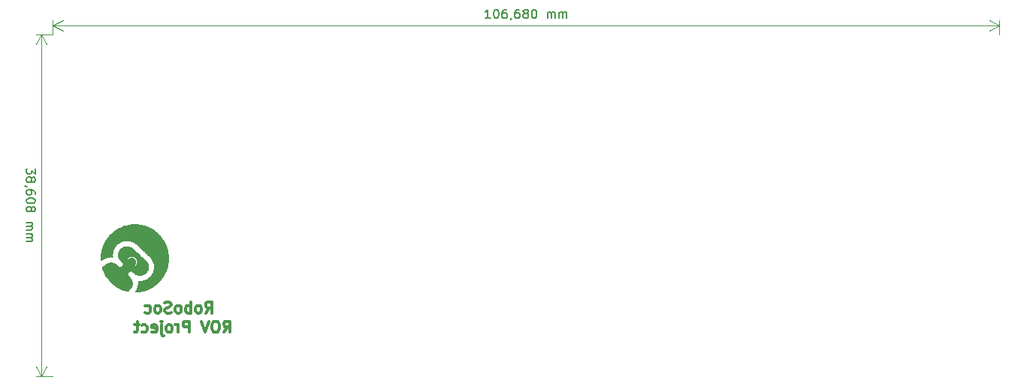
<source format=gbr>
%TF.GenerationSoftware,KiCad,Pcbnew,5.1.5+dfsg1-2build2*%
%TF.CreationDate,2021-10-16T12:52:01+01:00*%
%TF.ProjectId,motor_driver_v1,6d6f746f-725f-4647-9269-7665725f7631,rev?*%
%TF.SameCoordinates,Original*%
%TF.FileFunction,Legend,Bot*%
%TF.FilePolarity,Positive*%
%FSLAX46Y46*%
G04 Gerber Fmt 4.6, Leading zero omitted, Abs format (unit mm)*
G04 Created by KiCad (PCBNEW 5.1.5+dfsg1-2build2) date 2021-10-16 12:52:01*
%MOMM*%
%LPD*%
G04 APERTURE LIST*
%ADD10C,0.300000*%
%ADD11C,0.150000*%
%ADD12C,0.120000*%
%ADD13C,0.010000*%
G04 APERTURE END LIST*
D10*
X61905952Y-57877976D02*
X62322619Y-57282738D01*
X62620238Y-57877976D02*
X62620238Y-56627976D01*
X62144047Y-56627976D01*
X62025000Y-56687500D01*
X61965476Y-56747023D01*
X61905952Y-56866071D01*
X61905952Y-57044642D01*
X61965476Y-57163690D01*
X62025000Y-57223214D01*
X62144047Y-57282738D01*
X62620238Y-57282738D01*
X61191666Y-57877976D02*
X61310714Y-57818452D01*
X61370238Y-57758928D01*
X61429761Y-57639880D01*
X61429761Y-57282738D01*
X61370238Y-57163690D01*
X61310714Y-57104166D01*
X61191666Y-57044642D01*
X61013095Y-57044642D01*
X60894047Y-57104166D01*
X60834523Y-57163690D01*
X60775000Y-57282738D01*
X60775000Y-57639880D01*
X60834523Y-57758928D01*
X60894047Y-57818452D01*
X61013095Y-57877976D01*
X61191666Y-57877976D01*
X60239285Y-57877976D02*
X60239285Y-56627976D01*
X60239285Y-57104166D02*
X60120238Y-57044642D01*
X59882142Y-57044642D01*
X59763095Y-57104166D01*
X59703571Y-57163690D01*
X59644047Y-57282738D01*
X59644047Y-57639880D01*
X59703571Y-57758928D01*
X59763095Y-57818452D01*
X59882142Y-57877976D01*
X60120238Y-57877976D01*
X60239285Y-57818452D01*
X58929761Y-57877976D02*
X59048809Y-57818452D01*
X59108333Y-57758928D01*
X59167857Y-57639880D01*
X59167857Y-57282738D01*
X59108333Y-57163690D01*
X59048809Y-57104166D01*
X58929761Y-57044642D01*
X58751190Y-57044642D01*
X58632142Y-57104166D01*
X58572619Y-57163690D01*
X58513095Y-57282738D01*
X58513095Y-57639880D01*
X58572619Y-57758928D01*
X58632142Y-57818452D01*
X58751190Y-57877976D01*
X58929761Y-57877976D01*
X58036904Y-57818452D02*
X57858333Y-57877976D01*
X57560714Y-57877976D01*
X57441666Y-57818452D01*
X57382142Y-57758928D01*
X57322619Y-57639880D01*
X57322619Y-57520833D01*
X57382142Y-57401785D01*
X57441666Y-57342261D01*
X57560714Y-57282738D01*
X57798809Y-57223214D01*
X57917857Y-57163690D01*
X57977380Y-57104166D01*
X58036904Y-56985119D01*
X58036904Y-56866071D01*
X57977380Y-56747023D01*
X57917857Y-56687500D01*
X57798809Y-56627976D01*
X57501190Y-56627976D01*
X57322619Y-56687500D01*
X56608333Y-57877976D02*
X56727380Y-57818452D01*
X56786904Y-57758928D01*
X56846428Y-57639880D01*
X56846428Y-57282738D01*
X56786904Y-57163690D01*
X56727380Y-57104166D01*
X56608333Y-57044642D01*
X56429761Y-57044642D01*
X56310714Y-57104166D01*
X56251190Y-57163690D01*
X56191666Y-57282738D01*
X56191666Y-57639880D01*
X56251190Y-57758928D01*
X56310714Y-57818452D01*
X56429761Y-57877976D01*
X56608333Y-57877976D01*
X55120238Y-57818452D02*
X55239285Y-57877976D01*
X55477380Y-57877976D01*
X55596428Y-57818452D01*
X55655952Y-57758928D01*
X55715476Y-57639880D01*
X55715476Y-57282738D01*
X55655952Y-57163690D01*
X55596428Y-57104166D01*
X55477380Y-57044642D01*
X55239285Y-57044642D01*
X55120238Y-57104166D01*
X63959523Y-60052976D02*
X64376190Y-59457738D01*
X64673809Y-60052976D02*
X64673809Y-58802976D01*
X64197619Y-58802976D01*
X64078571Y-58862500D01*
X64019047Y-58922023D01*
X63959523Y-59041071D01*
X63959523Y-59219642D01*
X64019047Y-59338690D01*
X64078571Y-59398214D01*
X64197619Y-59457738D01*
X64673809Y-59457738D01*
X63185714Y-58802976D02*
X62947619Y-58802976D01*
X62828571Y-58862500D01*
X62709523Y-58981547D01*
X62650000Y-59219642D01*
X62650000Y-59636309D01*
X62709523Y-59874404D01*
X62828571Y-59993452D01*
X62947619Y-60052976D01*
X63185714Y-60052976D01*
X63304761Y-59993452D01*
X63423809Y-59874404D01*
X63483333Y-59636309D01*
X63483333Y-59219642D01*
X63423809Y-58981547D01*
X63304761Y-58862500D01*
X63185714Y-58802976D01*
X62292857Y-58802976D02*
X61876190Y-60052976D01*
X61459523Y-58802976D01*
X60090476Y-60052976D02*
X60090476Y-58802976D01*
X59614285Y-58802976D01*
X59495238Y-58862500D01*
X59435714Y-58922023D01*
X59376190Y-59041071D01*
X59376190Y-59219642D01*
X59435714Y-59338690D01*
X59495238Y-59398214D01*
X59614285Y-59457738D01*
X60090476Y-59457738D01*
X58840476Y-60052976D02*
X58840476Y-59219642D01*
X58840476Y-59457738D02*
X58780952Y-59338690D01*
X58721428Y-59279166D01*
X58602380Y-59219642D01*
X58483333Y-59219642D01*
X57888095Y-60052976D02*
X58007142Y-59993452D01*
X58066666Y-59933928D01*
X58126190Y-59814880D01*
X58126190Y-59457738D01*
X58066666Y-59338690D01*
X58007142Y-59279166D01*
X57888095Y-59219642D01*
X57709523Y-59219642D01*
X57590476Y-59279166D01*
X57530952Y-59338690D01*
X57471428Y-59457738D01*
X57471428Y-59814880D01*
X57530952Y-59933928D01*
X57590476Y-59993452D01*
X57709523Y-60052976D01*
X57888095Y-60052976D01*
X56935714Y-59219642D02*
X56935714Y-60291071D01*
X56995238Y-60410119D01*
X57114285Y-60469642D01*
X57173809Y-60469642D01*
X56935714Y-58802976D02*
X56995238Y-58862500D01*
X56935714Y-58922023D01*
X56876190Y-58862500D01*
X56935714Y-58802976D01*
X56935714Y-58922023D01*
X55864285Y-59993452D02*
X55983333Y-60052976D01*
X56221428Y-60052976D01*
X56340476Y-59993452D01*
X56400000Y-59874404D01*
X56400000Y-59398214D01*
X56340476Y-59279166D01*
X56221428Y-59219642D01*
X55983333Y-59219642D01*
X55864285Y-59279166D01*
X55804761Y-59398214D01*
X55804761Y-59517261D01*
X56400000Y-59636309D01*
X54733333Y-59993452D02*
X54852380Y-60052976D01*
X55090476Y-60052976D01*
X55209523Y-59993452D01*
X55269047Y-59933928D01*
X55328571Y-59814880D01*
X55328571Y-59457738D01*
X55269047Y-59338690D01*
X55209523Y-59279166D01*
X55090476Y-59219642D01*
X54852380Y-59219642D01*
X54733333Y-59279166D01*
X54376190Y-59219642D02*
X53900000Y-59219642D01*
X54197619Y-58802976D02*
X54197619Y-59874404D01*
X54138095Y-59993452D01*
X54019047Y-60052976D01*
X53900000Y-60052976D01*
D11*
X42711619Y-41529523D02*
X42711619Y-42148571D01*
X42330666Y-41815238D01*
X42330666Y-41958095D01*
X42283047Y-42053333D01*
X42235428Y-42100952D01*
X42140190Y-42148571D01*
X41902095Y-42148571D01*
X41806857Y-42100952D01*
X41759238Y-42053333D01*
X41711619Y-41958095D01*
X41711619Y-41672380D01*
X41759238Y-41577142D01*
X41806857Y-41529523D01*
X42283047Y-42720000D02*
X42330666Y-42624761D01*
X42378285Y-42577142D01*
X42473523Y-42529523D01*
X42521142Y-42529523D01*
X42616380Y-42577142D01*
X42664000Y-42624761D01*
X42711619Y-42720000D01*
X42711619Y-42910476D01*
X42664000Y-43005714D01*
X42616380Y-43053333D01*
X42521142Y-43100952D01*
X42473523Y-43100952D01*
X42378285Y-43053333D01*
X42330666Y-43005714D01*
X42283047Y-42910476D01*
X42283047Y-42720000D01*
X42235428Y-42624761D01*
X42187809Y-42577142D01*
X42092571Y-42529523D01*
X41902095Y-42529523D01*
X41806857Y-42577142D01*
X41759238Y-42624761D01*
X41711619Y-42720000D01*
X41711619Y-42910476D01*
X41759238Y-43005714D01*
X41806857Y-43053333D01*
X41902095Y-43100952D01*
X42092571Y-43100952D01*
X42187809Y-43053333D01*
X42235428Y-43005714D01*
X42283047Y-42910476D01*
X41759238Y-43577142D02*
X41711619Y-43577142D01*
X41616380Y-43529523D01*
X41568761Y-43481904D01*
X42711619Y-44434285D02*
X42711619Y-44243809D01*
X42664000Y-44148571D01*
X42616380Y-44100952D01*
X42473523Y-44005714D01*
X42283047Y-43958095D01*
X41902095Y-43958095D01*
X41806857Y-44005714D01*
X41759238Y-44053333D01*
X41711619Y-44148571D01*
X41711619Y-44339047D01*
X41759238Y-44434285D01*
X41806857Y-44481904D01*
X41902095Y-44529523D01*
X42140190Y-44529523D01*
X42235428Y-44481904D01*
X42283047Y-44434285D01*
X42330666Y-44339047D01*
X42330666Y-44148571D01*
X42283047Y-44053333D01*
X42235428Y-44005714D01*
X42140190Y-43958095D01*
X42711619Y-45148571D02*
X42711619Y-45243809D01*
X42664000Y-45339047D01*
X42616380Y-45386666D01*
X42521142Y-45434285D01*
X42330666Y-45481904D01*
X42092571Y-45481904D01*
X41902095Y-45434285D01*
X41806857Y-45386666D01*
X41759238Y-45339047D01*
X41711619Y-45243809D01*
X41711619Y-45148571D01*
X41759238Y-45053333D01*
X41806857Y-45005714D01*
X41902095Y-44958095D01*
X42092571Y-44910476D01*
X42330666Y-44910476D01*
X42521142Y-44958095D01*
X42616380Y-45005714D01*
X42664000Y-45053333D01*
X42711619Y-45148571D01*
X42283047Y-46053333D02*
X42330666Y-45958095D01*
X42378285Y-45910476D01*
X42473523Y-45862857D01*
X42521142Y-45862857D01*
X42616380Y-45910476D01*
X42664000Y-45958095D01*
X42711619Y-46053333D01*
X42711619Y-46243809D01*
X42664000Y-46339047D01*
X42616380Y-46386666D01*
X42521142Y-46434285D01*
X42473523Y-46434285D01*
X42378285Y-46386666D01*
X42330666Y-46339047D01*
X42283047Y-46243809D01*
X42283047Y-46053333D01*
X42235428Y-45958095D01*
X42187809Y-45910476D01*
X42092571Y-45862857D01*
X41902095Y-45862857D01*
X41806857Y-45910476D01*
X41759238Y-45958095D01*
X41711619Y-46053333D01*
X41711619Y-46243809D01*
X41759238Y-46339047D01*
X41806857Y-46386666D01*
X41902095Y-46434285D01*
X42092571Y-46434285D01*
X42187809Y-46386666D01*
X42235428Y-46339047D01*
X42283047Y-46243809D01*
X41711619Y-47624761D02*
X42378285Y-47624761D01*
X42283047Y-47624761D02*
X42330666Y-47672380D01*
X42378285Y-47767619D01*
X42378285Y-47910476D01*
X42330666Y-48005714D01*
X42235428Y-48053333D01*
X41711619Y-48053333D01*
X42235428Y-48053333D02*
X42330666Y-48100952D01*
X42378285Y-48196190D01*
X42378285Y-48339047D01*
X42330666Y-48434285D01*
X42235428Y-48481904D01*
X41711619Y-48481904D01*
X41711619Y-48958095D02*
X42378285Y-48958095D01*
X42283047Y-48958095D02*
X42330666Y-49005714D01*
X42378285Y-49100952D01*
X42378285Y-49243809D01*
X42330666Y-49339047D01*
X42235428Y-49386666D01*
X41711619Y-49386666D01*
X42235428Y-49386666D02*
X42330666Y-49434285D01*
X42378285Y-49529523D01*
X42378285Y-49672380D01*
X42330666Y-49767619D01*
X42235428Y-49815238D01*
X41711619Y-49815238D01*
D12*
X43434000Y-26416000D02*
X43434000Y-65024000D01*
X44704000Y-26416000D02*
X42847579Y-26416000D01*
X44704000Y-65024000D02*
X42847579Y-65024000D01*
X43434000Y-65024000D02*
X42847579Y-63897496D01*
X43434000Y-65024000D02*
X44020421Y-63897496D01*
X43434000Y-26416000D02*
X42847579Y-27542504D01*
X43434000Y-26416000D02*
X44020421Y-27542504D01*
D11*
X93996380Y-24582381D02*
X93424952Y-24582381D01*
X93710666Y-24582381D02*
X93710666Y-23582381D01*
X93615428Y-23725239D01*
X93520190Y-23820477D01*
X93424952Y-23868096D01*
X94615428Y-23582381D02*
X94710666Y-23582381D01*
X94805904Y-23630001D01*
X94853523Y-23677620D01*
X94901142Y-23772858D01*
X94948761Y-23963334D01*
X94948761Y-24201429D01*
X94901142Y-24391905D01*
X94853523Y-24487143D01*
X94805904Y-24534762D01*
X94710666Y-24582381D01*
X94615428Y-24582381D01*
X94520190Y-24534762D01*
X94472571Y-24487143D01*
X94424952Y-24391905D01*
X94377333Y-24201429D01*
X94377333Y-23963334D01*
X94424952Y-23772858D01*
X94472571Y-23677620D01*
X94520190Y-23630001D01*
X94615428Y-23582381D01*
X95805904Y-23582381D02*
X95615428Y-23582381D01*
X95520190Y-23630001D01*
X95472571Y-23677620D01*
X95377333Y-23820477D01*
X95329714Y-24010953D01*
X95329714Y-24391905D01*
X95377333Y-24487143D01*
X95424952Y-24534762D01*
X95520190Y-24582381D01*
X95710666Y-24582381D01*
X95805904Y-24534762D01*
X95853523Y-24487143D01*
X95901142Y-24391905D01*
X95901142Y-24153810D01*
X95853523Y-24058572D01*
X95805904Y-24010953D01*
X95710666Y-23963334D01*
X95520190Y-23963334D01*
X95424952Y-24010953D01*
X95377333Y-24058572D01*
X95329714Y-24153810D01*
X96377333Y-24534762D02*
X96377333Y-24582381D01*
X96329714Y-24677620D01*
X96282095Y-24725239D01*
X97234476Y-23582381D02*
X97044000Y-23582381D01*
X96948761Y-23630001D01*
X96901142Y-23677620D01*
X96805904Y-23820477D01*
X96758285Y-24010953D01*
X96758285Y-24391905D01*
X96805904Y-24487143D01*
X96853523Y-24534762D01*
X96948761Y-24582381D01*
X97139238Y-24582381D01*
X97234476Y-24534762D01*
X97282095Y-24487143D01*
X97329714Y-24391905D01*
X97329714Y-24153810D01*
X97282095Y-24058572D01*
X97234476Y-24010953D01*
X97139238Y-23963334D01*
X96948761Y-23963334D01*
X96853523Y-24010953D01*
X96805904Y-24058572D01*
X96758285Y-24153810D01*
X97901142Y-24010953D02*
X97805904Y-23963334D01*
X97758285Y-23915715D01*
X97710666Y-23820477D01*
X97710666Y-23772858D01*
X97758285Y-23677620D01*
X97805904Y-23630001D01*
X97901142Y-23582381D01*
X98091619Y-23582381D01*
X98186857Y-23630001D01*
X98234476Y-23677620D01*
X98282095Y-23772858D01*
X98282095Y-23820477D01*
X98234476Y-23915715D01*
X98186857Y-23963334D01*
X98091619Y-24010953D01*
X97901142Y-24010953D01*
X97805904Y-24058572D01*
X97758285Y-24106191D01*
X97710666Y-24201429D01*
X97710666Y-24391905D01*
X97758285Y-24487143D01*
X97805904Y-24534762D01*
X97901142Y-24582381D01*
X98091619Y-24582381D01*
X98186857Y-24534762D01*
X98234476Y-24487143D01*
X98282095Y-24391905D01*
X98282095Y-24201429D01*
X98234476Y-24106191D01*
X98186857Y-24058572D01*
X98091619Y-24010953D01*
X98901142Y-23582381D02*
X98996380Y-23582381D01*
X99091619Y-23630001D01*
X99139238Y-23677620D01*
X99186857Y-23772858D01*
X99234476Y-23963334D01*
X99234476Y-24201429D01*
X99186857Y-24391905D01*
X99139238Y-24487143D01*
X99091619Y-24534762D01*
X98996380Y-24582381D01*
X98901142Y-24582381D01*
X98805904Y-24534762D01*
X98758285Y-24487143D01*
X98710666Y-24391905D01*
X98663047Y-24201429D01*
X98663047Y-23963334D01*
X98710666Y-23772858D01*
X98758285Y-23677620D01*
X98805904Y-23630001D01*
X98901142Y-23582381D01*
X100424952Y-24582381D02*
X100424952Y-23915715D01*
X100424952Y-24010953D02*
X100472571Y-23963334D01*
X100567809Y-23915715D01*
X100710666Y-23915715D01*
X100805904Y-23963334D01*
X100853523Y-24058572D01*
X100853523Y-24582381D01*
X100853523Y-24058572D02*
X100901142Y-23963334D01*
X100996380Y-23915715D01*
X101139238Y-23915715D01*
X101234476Y-23963334D01*
X101282095Y-24058572D01*
X101282095Y-24582381D01*
X101758285Y-24582381D02*
X101758285Y-23915715D01*
X101758285Y-24010953D02*
X101805904Y-23963334D01*
X101901142Y-23915715D01*
X102044000Y-23915715D01*
X102139238Y-23963334D01*
X102186857Y-24058572D01*
X102186857Y-24582381D01*
X102186857Y-24058572D02*
X102234476Y-23963334D01*
X102329714Y-23915715D01*
X102472571Y-23915715D01*
X102567809Y-23963334D01*
X102615428Y-24058572D01*
X102615428Y-24582381D01*
D12*
X151384000Y-25400001D02*
X44704000Y-25400001D01*
X151384000Y-26416000D02*
X151384000Y-24813580D01*
X44704000Y-26416000D02*
X44704000Y-24813580D01*
X44704000Y-25400001D02*
X45830504Y-24813580D01*
X44704000Y-25400001D02*
X45830504Y-25986422D01*
X151384000Y-25400001D02*
X150257496Y-24813580D01*
X151384000Y-25400001D02*
X150257496Y-25986422D01*
D13*
%TO.C,G\002A\002A\002A*%
G36*
X52919188Y-50348505D02*
G01*
X52819657Y-50360286D01*
X52800950Y-50363856D01*
X52756390Y-50374062D01*
X52715062Y-50386329D01*
X52671207Y-50402931D01*
X52619070Y-50426143D01*
X52552894Y-50458240D01*
X52518211Y-50475579D01*
X52471696Y-50503513D01*
X52418299Y-50542508D01*
X52364506Y-50587065D01*
X52316801Y-50631683D01*
X52281670Y-50670862D01*
X52272432Y-50684034D01*
X52249042Y-50718077D01*
X52226324Y-50745485D01*
X52223150Y-50748633D01*
X52205879Y-50770762D01*
X52183097Y-50807489D01*
X52162292Y-50845950D01*
X52102084Y-50984682D01*
X52064744Y-51118645D01*
X52049417Y-51252139D01*
X52054830Y-51385789D01*
X52062024Y-51441550D01*
X52070068Y-51489695D01*
X52077712Y-51523269D01*
X52081243Y-51532908D01*
X52091713Y-51556210D01*
X52107655Y-51595534D01*
X52125896Y-51643019D01*
X52128761Y-51650701D01*
X52157878Y-51714133D01*
X52199379Y-51785282D01*
X52248078Y-51856643D01*
X52298785Y-51920710D01*
X52346314Y-51969976D01*
X52354038Y-51976617D01*
X52414317Y-52029255D01*
X52470596Y-52083463D01*
X52518453Y-52134604D01*
X52553465Y-52178042D01*
X52567409Y-52200280D01*
X52586797Y-52261113D01*
X52591716Y-52332029D01*
X52582193Y-52402252D01*
X52566831Y-52445467D01*
X52535202Y-52494610D01*
X52488597Y-52547740D01*
X52434642Y-52597257D01*
X52380963Y-52635561D01*
X52369839Y-52641786D01*
X52300137Y-52664441D01*
X52248500Y-52668399D01*
X52203069Y-52664455D01*
X52158429Y-52651138D01*
X52110631Y-52626222D01*
X52055723Y-52587481D01*
X51989757Y-52532689D01*
X51958451Y-52504937D01*
X51880328Y-52436172D01*
X51814504Y-52382280D01*
X51755610Y-52339890D01*
X51698275Y-52305627D01*
X51637130Y-52276121D01*
X51566803Y-52247998D01*
X51525550Y-52233057D01*
X51469309Y-52214707D01*
X51418449Y-52202459D01*
X51363789Y-52194734D01*
X51296152Y-52189954D01*
X51267551Y-52188678D01*
X51174351Y-52187787D01*
X51088754Y-52192437D01*
X51015818Y-52202079D01*
X50960604Y-52216160D01*
X50942330Y-52224093D01*
X50920898Y-52233589D01*
X50883141Y-52248610D01*
X50836659Y-52266149D01*
X50829544Y-52268759D01*
X50734669Y-52312701D01*
X50639626Y-52375910D01*
X50541450Y-52460482D01*
X50499334Y-52502092D01*
X50442728Y-52554820D01*
X50383650Y-52601014D01*
X50327032Y-52637465D01*
X50277802Y-52660968D01*
X50243693Y-52668400D01*
X50222868Y-52673510D01*
X50221739Y-52690625D01*
X50228840Y-52716398D01*
X50238896Y-52754320D01*
X50242587Y-52768505D01*
X50253784Y-52807338D01*
X50264600Y-52837985D01*
X50267646Y-52844705D01*
X50275830Y-52864517D01*
X50289963Y-52902717D01*
X50307978Y-52953592D01*
X50325617Y-53004950D01*
X50347629Y-53067358D01*
X50370197Y-53126995D01*
X50390311Y-53176119D01*
X50402176Y-53201800D01*
X50421572Y-53241127D01*
X50446491Y-53293601D01*
X50472164Y-53349149D01*
X50477153Y-53360147D01*
X50499896Y-53408501D01*
X50520748Y-53449385D01*
X50536217Y-53476062D01*
X50539713Y-53480797D01*
X50553496Y-53501013D01*
X50574646Y-53536798D01*
X50599018Y-53581081D01*
X50603574Y-53589688D01*
X50629445Y-53636963D01*
X50654287Y-53679123D01*
X50673223Y-53707937D01*
X50675048Y-53710338D01*
X50695172Y-53737608D01*
X50722613Y-53776737D01*
X50746153Y-53811400D01*
X50817626Y-53911851D01*
X50903720Y-54022186D01*
X50999295Y-54136333D01*
X51099210Y-54248217D01*
X51198325Y-54351764D01*
X51229807Y-54382900D01*
X51354424Y-54501234D01*
X51470665Y-54604617D01*
X51585280Y-54698503D01*
X51705019Y-54788348D01*
X51836631Y-54879605D01*
X51880700Y-54908904D01*
X51931042Y-54940885D01*
X51990934Y-54977106D01*
X52054171Y-55014004D01*
X52114544Y-55048020D01*
X52165846Y-55075591D01*
X52201836Y-55093143D01*
X52237788Y-55109220D01*
X52287890Y-55132299D01*
X52343416Y-55158343D01*
X52365205Y-55168694D01*
X52413675Y-55191324D01*
X52453658Y-55209077D01*
X52479561Y-55219514D01*
X52485855Y-55221256D01*
X52501410Y-55225468D01*
X52535623Y-55236802D01*
X52583353Y-55253502D01*
X52636350Y-55272671D01*
X52702708Y-55295544D01*
X52777919Y-55319073D01*
X52856785Y-55341883D01*
X52934107Y-55362600D01*
X53004684Y-55379850D01*
X53063318Y-55392259D01*
X53104809Y-55398453D01*
X53113996Y-55398900D01*
X53149552Y-55387280D01*
X53170561Y-55364131D01*
X53188283Y-55341404D01*
X53219409Y-55305648D01*
X53259462Y-55261872D01*
X53301483Y-55217645D01*
X53347173Y-55169319D01*
X53389378Y-55122664D01*
X53423112Y-55083312D01*
X53442087Y-55058825D01*
X53466224Y-55025350D01*
X53487359Y-54998552D01*
X53492398Y-54992881D01*
X53512113Y-54963656D01*
X53535702Y-54915684D01*
X53560703Y-54854818D01*
X53584654Y-54786906D01*
X53599423Y-54738500D01*
X53621740Y-54622163D01*
X53627775Y-54494400D01*
X53618260Y-54362641D01*
X53593925Y-54234319D01*
X53555503Y-54116866D01*
X53533514Y-54068954D01*
X53482861Y-53985874D01*
X53413209Y-53896075D01*
X53328324Y-53804098D01*
X53260324Y-53739469D01*
X53197948Y-53680788D01*
X53153617Y-53631829D01*
X53124534Y-53587799D01*
X53107901Y-53543904D01*
X53100919Y-53495349D01*
X53100179Y-53465067D01*
X53107331Y-53399831D01*
X53130010Y-53339815D01*
X53170925Y-53279712D01*
X53224003Y-53222698D01*
X53266976Y-53182956D01*
X53301819Y-53157580D01*
X53336796Y-53141532D01*
X53374111Y-53131158D01*
X53458298Y-53122056D01*
X53537697Y-53133455D01*
X53585704Y-53152714D01*
X53604197Y-53166065D01*
X53636994Y-53193078D01*
X53679810Y-53230103D01*
X53728360Y-53273493D01*
X53739670Y-53283790D01*
X53867177Y-53388861D01*
X53996100Y-53472862D01*
X54123977Y-53534312D01*
X54198450Y-53559538D01*
X54299946Y-53580234D01*
X54412660Y-53589538D01*
X54530060Y-53587940D01*
X54645614Y-53575931D01*
X54752789Y-53553999D01*
X54845053Y-53522637D01*
X54873883Y-53508856D01*
X54971877Y-53453963D01*
X55051054Y-53401829D01*
X55117090Y-53348489D01*
X55153245Y-53313770D01*
X55253092Y-53197500D01*
X55328965Y-53076263D01*
X55381782Y-52947601D01*
X55412463Y-52809052D01*
X55421926Y-52658159D01*
X55420259Y-52599207D01*
X55409090Y-52479410D01*
X55387032Y-52371803D01*
X55352061Y-52272510D01*
X55302152Y-52177654D01*
X55235282Y-52083361D01*
X55230435Y-52077850D01*
X54197537Y-52077850D01*
X54196869Y-52142858D01*
X54194862Y-52189431D01*
X54190142Y-52224531D01*
X54181331Y-52255122D01*
X54167054Y-52288167D01*
X54148635Y-52325284D01*
X54094033Y-52421994D01*
X54040609Y-52493480D01*
X53988255Y-52539885D01*
X53983381Y-52542964D01*
X53951705Y-52560680D01*
X53930138Y-52565334D01*
X53907726Y-52558062D01*
X53895991Y-52552025D01*
X53858143Y-52525472D01*
X53840388Y-52494882D01*
X53842801Y-52457374D01*
X53865459Y-52410066D01*
X53901066Y-52359513D01*
X53951450Y-52284932D01*
X53982841Y-52212840D01*
X53998406Y-52133916D01*
X54001600Y-52063607D01*
X53990677Y-51957706D01*
X53958012Y-51864918D01*
X53903767Y-51785496D01*
X53828100Y-51719688D01*
X53754581Y-51678094D01*
X53709445Y-51658566D01*
X53670727Y-51646988D01*
X53628412Y-51641377D01*
X53572484Y-51639750D01*
X53560805Y-51639727D01*
X53503199Y-51640708D01*
X53461638Y-51644925D01*
X53426798Y-51654343D01*
X53389356Y-51670923D01*
X53372950Y-51679280D01*
X53323267Y-51708641D01*
X53274332Y-51743297D01*
X53245950Y-51767313D01*
X53199586Y-51806017D01*
X53161368Y-51823511D01*
X53126822Y-51820629D01*
X53091473Y-51798204D01*
X53089436Y-51796437D01*
X53058867Y-51760404D01*
X53049259Y-51728946D01*
X53060380Y-51694269D01*
X53090622Y-51652996D01*
X53135746Y-51608511D01*
X53191516Y-51564198D01*
X53253693Y-51523442D01*
X53318042Y-51489627D01*
X53377170Y-51467059D01*
X53437059Y-51454501D01*
X53511350Y-51446917D01*
X53563450Y-51445245D01*
X53667764Y-51450360D01*
X53758906Y-51468096D01*
X53843320Y-51500911D01*
X53927450Y-51551267D01*
X54011359Y-51616225D01*
X54033309Y-51638816D01*
X54061139Y-51672924D01*
X54090348Y-51712254D01*
X54116438Y-51750513D01*
X54134907Y-51781407D01*
X54141300Y-51797978D01*
X54146318Y-51812552D01*
X54159178Y-51842213D01*
X54169875Y-51865263D01*
X54182400Y-51894773D01*
X54190609Y-51924504D01*
X54195323Y-51960745D01*
X54197359Y-52009788D01*
X54197537Y-52077850D01*
X55230435Y-52077850D01*
X55149428Y-51985754D01*
X55047723Y-51885760D01*
X54988323Y-51830121D01*
X54929464Y-51774608D01*
X54876168Y-51723987D01*
X54833462Y-51683022D01*
X54815051Y-51665100D01*
X54781246Y-51632423D01*
X54733713Y-51587235D01*
X54677417Y-51534220D01*
X54617326Y-51478063D01*
X54579401Y-51442850D01*
X54523400Y-51390869D01*
X54471742Y-51342677D01*
X54428224Y-51301834D01*
X54396645Y-51271901D01*
X54382823Y-51258499D01*
X54360608Y-51236901D01*
X54325039Y-51202988D01*
X54281363Y-51161740D01*
X54242900Y-51125676D01*
X54201838Y-51087126D01*
X54146720Y-51035117D01*
X54081860Y-50973732D01*
X54011569Y-50907056D01*
X53940160Y-50839173D01*
X53907833Y-50808387D01*
X53843646Y-50747520D01*
X53784281Y-50691780D01*
X53732603Y-50643815D01*
X53691479Y-50606272D01*
X53663775Y-50581798D01*
X53653833Y-50573813D01*
X53626926Y-50553842D01*
X53593353Y-50526694D01*
X53584487Y-50519173D01*
X53539331Y-50487649D01*
X53476782Y-50453682D01*
X53404199Y-50420525D01*
X53328943Y-50391432D01*
X53258373Y-50369656D01*
X53232585Y-50363615D01*
X53136979Y-50350163D01*
X53028738Y-50345128D01*
X52919188Y-50348505D01*
G37*
X52919188Y-50348505D02*
X52819657Y-50360286D01*
X52800950Y-50363856D01*
X52756390Y-50374062D01*
X52715062Y-50386329D01*
X52671207Y-50402931D01*
X52619070Y-50426143D01*
X52552894Y-50458240D01*
X52518211Y-50475579D01*
X52471696Y-50503513D01*
X52418299Y-50542508D01*
X52364506Y-50587065D01*
X52316801Y-50631683D01*
X52281670Y-50670862D01*
X52272432Y-50684034D01*
X52249042Y-50718077D01*
X52226324Y-50745485D01*
X52223150Y-50748633D01*
X52205879Y-50770762D01*
X52183097Y-50807489D01*
X52162292Y-50845950D01*
X52102084Y-50984682D01*
X52064744Y-51118645D01*
X52049417Y-51252139D01*
X52054830Y-51385789D01*
X52062024Y-51441550D01*
X52070068Y-51489695D01*
X52077712Y-51523269D01*
X52081243Y-51532908D01*
X52091713Y-51556210D01*
X52107655Y-51595534D01*
X52125896Y-51643019D01*
X52128761Y-51650701D01*
X52157878Y-51714133D01*
X52199379Y-51785282D01*
X52248078Y-51856643D01*
X52298785Y-51920710D01*
X52346314Y-51969976D01*
X52354038Y-51976617D01*
X52414317Y-52029255D01*
X52470596Y-52083463D01*
X52518453Y-52134604D01*
X52553465Y-52178042D01*
X52567409Y-52200280D01*
X52586797Y-52261113D01*
X52591716Y-52332029D01*
X52582193Y-52402252D01*
X52566831Y-52445467D01*
X52535202Y-52494610D01*
X52488597Y-52547740D01*
X52434642Y-52597257D01*
X52380963Y-52635561D01*
X52369839Y-52641786D01*
X52300137Y-52664441D01*
X52248500Y-52668399D01*
X52203069Y-52664455D01*
X52158429Y-52651138D01*
X52110631Y-52626222D01*
X52055723Y-52587481D01*
X51989757Y-52532689D01*
X51958451Y-52504937D01*
X51880328Y-52436172D01*
X51814504Y-52382280D01*
X51755610Y-52339890D01*
X51698275Y-52305627D01*
X51637130Y-52276121D01*
X51566803Y-52247998D01*
X51525550Y-52233057D01*
X51469309Y-52214707D01*
X51418449Y-52202459D01*
X51363789Y-52194734D01*
X51296152Y-52189954D01*
X51267551Y-52188678D01*
X51174351Y-52187787D01*
X51088754Y-52192437D01*
X51015818Y-52202079D01*
X50960604Y-52216160D01*
X50942330Y-52224093D01*
X50920898Y-52233589D01*
X50883141Y-52248610D01*
X50836659Y-52266149D01*
X50829544Y-52268759D01*
X50734669Y-52312701D01*
X50639626Y-52375910D01*
X50541450Y-52460482D01*
X50499334Y-52502092D01*
X50442728Y-52554820D01*
X50383650Y-52601014D01*
X50327032Y-52637465D01*
X50277802Y-52660968D01*
X50243693Y-52668400D01*
X50222868Y-52673510D01*
X50221739Y-52690625D01*
X50228840Y-52716398D01*
X50238896Y-52754320D01*
X50242587Y-52768505D01*
X50253784Y-52807338D01*
X50264600Y-52837985D01*
X50267646Y-52844705D01*
X50275830Y-52864517D01*
X50289963Y-52902717D01*
X50307978Y-52953592D01*
X50325617Y-53004950D01*
X50347629Y-53067358D01*
X50370197Y-53126995D01*
X50390311Y-53176119D01*
X50402176Y-53201800D01*
X50421572Y-53241127D01*
X50446491Y-53293601D01*
X50472164Y-53349149D01*
X50477153Y-53360147D01*
X50499896Y-53408501D01*
X50520748Y-53449385D01*
X50536217Y-53476062D01*
X50539713Y-53480797D01*
X50553496Y-53501013D01*
X50574646Y-53536798D01*
X50599018Y-53581081D01*
X50603574Y-53589688D01*
X50629445Y-53636963D01*
X50654287Y-53679123D01*
X50673223Y-53707937D01*
X50675048Y-53710338D01*
X50695172Y-53737608D01*
X50722613Y-53776737D01*
X50746153Y-53811400D01*
X50817626Y-53911851D01*
X50903720Y-54022186D01*
X50999295Y-54136333D01*
X51099210Y-54248217D01*
X51198325Y-54351764D01*
X51229807Y-54382900D01*
X51354424Y-54501234D01*
X51470665Y-54604617D01*
X51585280Y-54698503D01*
X51705019Y-54788348D01*
X51836631Y-54879605D01*
X51880700Y-54908904D01*
X51931042Y-54940885D01*
X51990934Y-54977106D01*
X52054171Y-55014004D01*
X52114544Y-55048020D01*
X52165846Y-55075591D01*
X52201836Y-55093143D01*
X52237788Y-55109220D01*
X52287890Y-55132299D01*
X52343416Y-55158343D01*
X52365205Y-55168694D01*
X52413675Y-55191324D01*
X52453658Y-55209077D01*
X52479561Y-55219514D01*
X52485855Y-55221256D01*
X52501410Y-55225468D01*
X52535623Y-55236802D01*
X52583353Y-55253502D01*
X52636350Y-55272671D01*
X52702708Y-55295544D01*
X52777919Y-55319073D01*
X52856785Y-55341883D01*
X52934107Y-55362600D01*
X53004684Y-55379850D01*
X53063318Y-55392259D01*
X53104809Y-55398453D01*
X53113996Y-55398900D01*
X53149552Y-55387280D01*
X53170561Y-55364131D01*
X53188283Y-55341404D01*
X53219409Y-55305648D01*
X53259462Y-55261872D01*
X53301483Y-55217645D01*
X53347173Y-55169319D01*
X53389378Y-55122664D01*
X53423112Y-55083312D01*
X53442087Y-55058825D01*
X53466224Y-55025350D01*
X53487359Y-54998552D01*
X53492398Y-54992881D01*
X53512113Y-54963656D01*
X53535702Y-54915684D01*
X53560703Y-54854818D01*
X53584654Y-54786906D01*
X53599423Y-54738500D01*
X53621740Y-54622163D01*
X53627775Y-54494400D01*
X53618260Y-54362641D01*
X53593925Y-54234319D01*
X53555503Y-54116866D01*
X53533514Y-54068954D01*
X53482861Y-53985874D01*
X53413209Y-53896075D01*
X53328324Y-53804098D01*
X53260324Y-53739469D01*
X53197948Y-53680788D01*
X53153617Y-53631829D01*
X53124534Y-53587799D01*
X53107901Y-53543904D01*
X53100919Y-53495349D01*
X53100179Y-53465067D01*
X53107331Y-53399831D01*
X53130010Y-53339815D01*
X53170925Y-53279712D01*
X53224003Y-53222698D01*
X53266976Y-53182956D01*
X53301819Y-53157580D01*
X53336796Y-53141532D01*
X53374111Y-53131158D01*
X53458298Y-53122056D01*
X53537697Y-53133455D01*
X53585704Y-53152714D01*
X53604197Y-53166065D01*
X53636994Y-53193078D01*
X53679810Y-53230103D01*
X53728360Y-53273493D01*
X53739670Y-53283790D01*
X53867177Y-53388861D01*
X53996100Y-53472862D01*
X54123977Y-53534312D01*
X54198450Y-53559538D01*
X54299946Y-53580234D01*
X54412660Y-53589538D01*
X54530060Y-53587940D01*
X54645614Y-53575931D01*
X54752789Y-53553999D01*
X54845053Y-53522637D01*
X54873883Y-53508856D01*
X54971877Y-53453963D01*
X55051054Y-53401829D01*
X55117090Y-53348489D01*
X55153245Y-53313770D01*
X55253092Y-53197500D01*
X55328965Y-53076263D01*
X55381782Y-52947601D01*
X55412463Y-52809052D01*
X55421926Y-52658159D01*
X55420259Y-52599207D01*
X55409090Y-52479410D01*
X55387032Y-52371803D01*
X55352061Y-52272510D01*
X55302152Y-52177654D01*
X55235282Y-52083361D01*
X55230435Y-52077850D01*
X54197537Y-52077850D01*
X54196869Y-52142858D01*
X54194862Y-52189431D01*
X54190142Y-52224531D01*
X54181331Y-52255122D01*
X54167054Y-52288167D01*
X54148635Y-52325284D01*
X54094033Y-52421994D01*
X54040609Y-52493480D01*
X53988255Y-52539885D01*
X53983381Y-52542964D01*
X53951705Y-52560680D01*
X53930138Y-52565334D01*
X53907726Y-52558062D01*
X53895991Y-52552025D01*
X53858143Y-52525472D01*
X53840388Y-52494882D01*
X53842801Y-52457374D01*
X53865459Y-52410066D01*
X53901066Y-52359513D01*
X53951450Y-52284932D01*
X53982841Y-52212840D01*
X53998406Y-52133916D01*
X54001600Y-52063607D01*
X53990677Y-51957706D01*
X53958012Y-51864918D01*
X53903767Y-51785496D01*
X53828100Y-51719688D01*
X53754581Y-51678094D01*
X53709445Y-51658566D01*
X53670727Y-51646988D01*
X53628412Y-51641377D01*
X53572484Y-51639750D01*
X53560805Y-51639727D01*
X53503199Y-51640708D01*
X53461638Y-51644925D01*
X53426798Y-51654343D01*
X53389356Y-51670923D01*
X53372950Y-51679280D01*
X53323267Y-51708641D01*
X53274332Y-51743297D01*
X53245950Y-51767313D01*
X53199586Y-51806017D01*
X53161368Y-51823511D01*
X53126822Y-51820629D01*
X53091473Y-51798204D01*
X53089436Y-51796437D01*
X53058867Y-51760404D01*
X53049259Y-51728946D01*
X53060380Y-51694269D01*
X53090622Y-51652996D01*
X53135746Y-51608511D01*
X53191516Y-51564198D01*
X53253693Y-51523442D01*
X53318042Y-51489627D01*
X53377170Y-51467059D01*
X53437059Y-51454501D01*
X53511350Y-51446917D01*
X53563450Y-51445245D01*
X53667764Y-51450360D01*
X53758906Y-51468096D01*
X53843320Y-51500911D01*
X53927450Y-51551267D01*
X54011359Y-51616225D01*
X54033309Y-51638816D01*
X54061139Y-51672924D01*
X54090348Y-51712254D01*
X54116438Y-51750513D01*
X54134907Y-51781407D01*
X54141300Y-51797978D01*
X54146318Y-51812552D01*
X54159178Y-51842213D01*
X54169875Y-51865263D01*
X54182400Y-51894773D01*
X54190609Y-51924504D01*
X54195323Y-51960745D01*
X54197359Y-52009788D01*
X54197537Y-52077850D01*
X55230435Y-52077850D01*
X55149428Y-51985754D01*
X55047723Y-51885760D01*
X54988323Y-51830121D01*
X54929464Y-51774608D01*
X54876168Y-51723987D01*
X54833462Y-51683022D01*
X54815051Y-51665100D01*
X54781246Y-51632423D01*
X54733713Y-51587235D01*
X54677417Y-51534220D01*
X54617326Y-51478063D01*
X54579401Y-51442850D01*
X54523400Y-51390869D01*
X54471742Y-51342677D01*
X54428224Y-51301834D01*
X54396645Y-51271901D01*
X54382823Y-51258499D01*
X54360608Y-51236901D01*
X54325039Y-51202988D01*
X54281363Y-51161740D01*
X54242900Y-51125676D01*
X54201838Y-51087126D01*
X54146720Y-51035117D01*
X54081860Y-50973732D01*
X54011569Y-50907056D01*
X53940160Y-50839173D01*
X53907833Y-50808387D01*
X53843646Y-50747520D01*
X53784281Y-50691780D01*
X53732603Y-50643815D01*
X53691479Y-50606272D01*
X53663775Y-50581798D01*
X53653833Y-50573813D01*
X53626926Y-50553842D01*
X53593353Y-50526694D01*
X53584487Y-50519173D01*
X53539331Y-50487649D01*
X53476782Y-50453682D01*
X53404199Y-50420525D01*
X53328943Y-50391432D01*
X53258373Y-50369656D01*
X53232585Y-50363615D01*
X53136979Y-50350163D01*
X53028738Y-50345128D01*
X52919188Y-50348505D01*
G36*
X53754718Y-47865294D02*
G01*
X53663673Y-47866924D01*
X53583572Y-47869410D01*
X53518933Y-47872752D01*
X53474270Y-47876949D01*
X53468200Y-47877879D01*
X53416583Y-47886577D01*
X53351564Y-47897443D01*
X53284808Y-47908530D01*
X53265000Y-47911805D01*
X52972991Y-47969665D01*
X52699488Y-48043927D01*
X52443281Y-48134980D01*
X52203156Y-48243215D01*
X52147400Y-48271995D01*
X52091721Y-48302491D01*
X52030527Y-48337650D01*
X51969314Y-48374134D01*
X51913578Y-48408606D01*
X51868815Y-48437728D01*
X51840521Y-48458160D01*
X51839540Y-48458976D01*
X51812699Y-48479211D01*
X51793337Y-48489694D01*
X51790997Y-48490099D01*
X51774489Y-48497902D01*
X51742086Y-48519524D01*
X51697206Y-48552282D01*
X51643264Y-48593497D01*
X51583676Y-48640487D01*
X51521861Y-48690572D01*
X51461234Y-48741069D01*
X51405213Y-48789300D01*
X51372700Y-48818332D01*
X51240705Y-48942138D01*
X51122391Y-49061776D01*
X51010390Y-49185156D01*
X50897334Y-49320185D01*
X50850269Y-49379100D01*
X50790622Y-49458822D01*
X50726330Y-49551978D01*
X50660953Y-49652795D01*
X50598052Y-49755501D01*
X50541186Y-49854321D01*
X50493914Y-49943483D01*
X50466524Y-50001400D01*
X50441493Y-50056878D01*
X50413960Y-50115458D01*
X50395194Y-50153800D01*
X50374205Y-50200698D01*
X50348396Y-50266308D01*
X50319723Y-50344863D01*
X50290142Y-50430596D01*
X50261610Y-50517739D01*
X50236082Y-50600525D01*
X50215515Y-50673187D01*
X50205655Y-50712600D01*
X50192307Y-50775075D01*
X50177867Y-50850106D01*
X50164716Y-50925090D01*
X50160093Y-50953900D01*
X50150241Y-51014535D01*
X50140317Y-51070456D01*
X50131736Y-51113934D01*
X50127591Y-51131700D01*
X50119397Y-51174981D01*
X50111821Y-51238378D01*
X50105053Y-51316998D01*
X50099284Y-51405951D01*
X50094705Y-51500342D01*
X50091507Y-51595281D01*
X50089881Y-51685874D01*
X50090017Y-51767231D01*
X50092105Y-51834458D01*
X50096338Y-51882664D01*
X50097938Y-51892112D01*
X50107381Y-51919479D01*
X50119454Y-51931716D01*
X50120163Y-51931761D01*
X50135453Y-51924490D01*
X50166246Y-51904762D01*
X50207953Y-51875661D01*
X50252200Y-51843118D01*
X50307744Y-51803162D01*
X50364599Y-51765344D01*
X50414968Y-51734707D01*
X50442700Y-51719990D01*
X50484207Y-51699339D01*
X50518167Y-51680749D01*
X50534500Y-51670207D01*
X50561688Y-51655419D01*
X50608214Y-51637261D01*
X50668524Y-51617393D01*
X50737059Y-51597476D01*
X50808263Y-51579174D01*
X50876578Y-51564147D01*
X50909150Y-51558174D01*
X50970080Y-51547653D01*
X51027932Y-51537137D01*
X51073972Y-51528236D01*
X51090308Y-51524788D01*
X51142584Y-51516914D01*
X51203409Y-51513366D01*
X51263826Y-51514113D01*
X51314879Y-51519123D01*
X51341669Y-51525672D01*
X51378363Y-51531198D01*
X51400595Y-51516525D01*
X51405794Y-51483899D01*
X51403758Y-51471445D01*
X51398694Y-51430616D01*
X51396237Y-51370914D01*
X51396206Y-51298713D01*
X51398417Y-51220387D01*
X51402690Y-51142309D01*
X51408840Y-51070854D01*
X51416687Y-51012394D01*
X51416922Y-51011050D01*
X51464050Y-50814065D01*
X51534224Y-50627751D01*
X51627404Y-50452192D01*
X51743548Y-50287471D01*
X51817200Y-50201525D01*
X51884224Y-50134341D01*
X51963031Y-50064974D01*
X52046093Y-49999473D01*
X52125879Y-49943890D01*
X52172800Y-49915736D01*
X52216120Y-49891134D01*
X52252384Y-49869171D01*
X52274174Y-49854351D01*
X52274961Y-49853702D01*
X52297097Y-49841179D01*
X52337710Y-49823552D01*
X52390925Y-49802941D01*
X52450869Y-49781464D01*
X52511667Y-49761243D01*
X52567446Y-49744395D01*
X52604600Y-49734750D01*
X52645373Y-49724168D01*
X52676302Y-49713965D01*
X52687323Y-49708573D01*
X52704366Y-49703559D01*
X52741323Y-49697332D01*
X52792786Y-49690678D01*
X52853347Y-49684383D01*
X52854616Y-49684266D01*
X52923084Y-49679986D01*
X53000167Y-49678465D01*
X53080740Y-49679446D01*
X53159682Y-49682671D01*
X53231869Y-49687884D01*
X53292177Y-49694828D01*
X53335485Y-49703243D01*
X53351827Y-49709236D01*
X53372567Y-49717294D01*
X53411564Y-49729828D01*
X53462505Y-49744874D01*
X53499950Y-49755322D01*
X53580818Y-49778554D01*
X53646730Y-49801023D01*
X53706487Y-49826505D01*
X53768889Y-49858782D01*
X53842737Y-49901630D01*
X53847916Y-49904735D01*
X53904375Y-49939550D01*
X53955589Y-49973574D01*
X54005191Y-50009758D01*
X54056814Y-50051055D01*
X54114091Y-50100416D01*
X54180655Y-50160793D01*
X54260140Y-50235138D01*
X54293700Y-50266919D01*
X54361989Y-50331630D01*
X54433250Y-50398973D01*
X54502134Y-50463906D01*
X54563294Y-50521386D01*
X54611200Y-50566205D01*
X54670522Y-50621751D01*
X54739025Y-50686303D01*
X54807593Y-50751250D01*
X54859182Y-50800397D01*
X54917166Y-50855510D01*
X54986008Y-50920433D01*
X55057862Y-50987792D01*
X55124880Y-51050215D01*
X55137436Y-51061850D01*
X55195575Y-51115889D01*
X55253576Y-51170191D01*
X55306006Y-51219643D01*
X55347432Y-51259133D01*
X55360121Y-51271400D01*
X55395054Y-51305394D01*
X55442887Y-51351930D01*
X55498309Y-51405843D01*
X55556009Y-51461967D01*
X55580342Y-51485632D01*
X55722613Y-51637914D01*
X55840714Y-51794928D01*
X55935685Y-51958293D01*
X56008563Y-52129631D01*
X56025213Y-52179450D01*
X56058838Y-52315004D01*
X56079573Y-52463208D01*
X56087642Y-52618464D01*
X56083271Y-52775177D01*
X56066683Y-52927750D01*
X56038102Y-53070586D01*
X55997755Y-53198088D01*
X55982927Y-53233550D01*
X55951503Y-53302804D01*
X55921527Y-53366967D01*
X55894946Y-53422043D01*
X55873710Y-53464037D01*
X55859765Y-53488955D01*
X55855959Y-53493900D01*
X55844927Y-53506853D01*
X55824060Y-53535176D01*
X55797594Y-53573094D01*
X55793834Y-53578617D01*
X55724196Y-53668620D01*
X55636228Y-53762609D01*
X55535424Y-53855761D01*
X55427275Y-53943253D01*
X55317276Y-54020259D01*
X55235382Y-54069042D01*
X55186319Y-54092659D01*
X55119982Y-54120342D01*
X55043598Y-54149476D01*
X54964398Y-54177444D01*
X54889611Y-54201632D01*
X54826468Y-54219424D01*
X54807347Y-54223896D01*
X54751094Y-54233175D01*
X54676019Y-54241424D01*
X54588695Y-54248044D01*
X54495696Y-54252432D01*
X54494861Y-54252460D01*
X54283272Y-54259346D01*
X54290160Y-54425898D01*
X54287603Y-54615020D01*
X54264986Y-54801295D01*
X54228038Y-54960750D01*
X54212239Y-55007589D01*
X54189410Y-55065636D01*
X54161878Y-55129944D01*
X54131966Y-55195562D01*
X54101999Y-55257543D01*
X54074302Y-55310940D01*
X54051200Y-55350803D01*
X54035017Y-55372184D01*
X54034559Y-55372575D01*
X54015702Y-55393865D01*
X53995547Y-55424223D01*
X53980427Y-55453275D01*
X53976200Y-55468119D01*
X53988023Y-55471918D01*
X54020130Y-55473910D01*
X54067483Y-55474248D01*
X54125044Y-55473086D01*
X54187773Y-55470579D01*
X54250631Y-55466882D01*
X54308580Y-55462149D01*
X54356579Y-55456534D01*
X54357200Y-55456443D01*
X54466978Y-55439312D01*
X54578988Y-55419886D01*
X54689280Y-55399010D01*
X54793907Y-55377525D01*
X54888920Y-55356274D01*
X54970370Y-55336102D01*
X55034309Y-55317849D01*
X55074750Y-55303270D01*
X55103287Y-55291942D01*
X55148441Y-55275315D01*
X55202731Y-55256112D01*
X55233500Y-55245530D01*
X55367065Y-55194350D01*
X55513714Y-55127810D01*
X55668518Y-55048455D01*
X55826546Y-54958831D01*
X55982867Y-54861484D01*
X56003463Y-54847960D01*
X56105438Y-54776046D01*
X56217647Y-54689076D01*
X56334511Y-54591875D01*
X56450455Y-54489266D01*
X56559902Y-54386075D01*
X56657275Y-54287125D01*
X56679623Y-54263020D01*
X56723874Y-54214620D01*
X56767233Y-54167217D01*
X56803503Y-54127584D01*
X56819746Y-54109850D01*
X56848155Y-54076717D01*
X56886720Y-54028876D01*
X56931128Y-53971993D01*
X56977063Y-53911731D01*
X57020211Y-53853757D01*
X57056257Y-53803735D01*
X57080887Y-53767330D01*
X57082110Y-53765376D01*
X57105391Y-53728793D01*
X57132757Y-53686973D01*
X57139756Y-53676476D01*
X57187100Y-53600578D01*
X57239830Y-53506793D01*
X57294656Y-53401108D01*
X57323831Y-53341500D01*
X57350727Y-53285769D01*
X57376155Y-53233750D01*
X57396498Y-53192807D01*
X57404876Y-53176400D01*
X57418364Y-53146203D01*
X57436926Y-53098826D01*
X57457902Y-53041280D01*
X57474760Y-52992250D01*
X57495046Y-52932543D01*
X57514130Y-52878177D01*
X57529644Y-52835793D01*
X57538124Y-52814450D01*
X57551911Y-52774674D01*
X57568365Y-52713593D01*
X57586718Y-52635069D01*
X57606201Y-52542963D01*
X57626048Y-52441136D01*
X57645491Y-52333450D01*
X57663760Y-52223767D01*
X57680090Y-52115948D01*
X57687125Y-52065150D01*
X57691640Y-52016003D01*
X57695158Y-51946839D01*
X57697681Y-51862632D01*
X57699210Y-51768356D01*
X57699746Y-51668985D01*
X57699290Y-51569491D01*
X57697843Y-51474850D01*
X57695407Y-51390035D01*
X57691983Y-51320019D01*
X57687571Y-51269777D01*
X57686938Y-51265050D01*
X57666198Y-51126401D01*
X57644116Y-50992833D01*
X57621440Y-50868208D01*
X57598916Y-50756387D01*
X57577293Y-50661234D01*
X57557316Y-50586610D01*
X57553079Y-50572900D01*
X57524067Y-50484712D01*
X57492794Y-50394179D01*
X57461306Y-50306882D01*
X57431652Y-50228404D01*
X57405880Y-50164325D01*
X57390011Y-50128400D01*
X57363223Y-50071829D01*
X57334178Y-50010569D01*
X57314752Y-49969650D01*
X57265459Y-49874102D01*
X57203163Y-49766088D01*
X57131941Y-49651942D01*
X57055872Y-49537994D01*
X56979034Y-49430578D01*
X56911176Y-49342977D01*
X56868875Y-49290870D01*
X56828230Y-49240752D01*
X56794294Y-49198857D01*
X56774619Y-49174517D01*
X56743831Y-49139199D01*
X56698587Y-49090945D01*
X56643152Y-49033983D01*
X56581794Y-48972539D01*
X56518781Y-48910839D01*
X56458378Y-48853110D01*
X56404855Y-48803581D01*
X56363800Y-48767582D01*
X56211040Y-48643322D01*
X56069355Y-48536103D01*
X55934229Y-48442914D01*
X55801147Y-48360741D01*
X55665593Y-48286573D01*
X55576400Y-48242367D01*
X55520649Y-48215534D01*
X55468615Y-48190139D01*
X55427671Y-48169796D01*
X55411300Y-48161418D01*
X55381142Y-48147830D01*
X55333829Y-48129053D01*
X55276354Y-48107779D01*
X55227150Y-48090562D01*
X55169199Y-48070630D01*
X55118209Y-48052705D01*
X55080129Y-48038904D01*
X55062050Y-48031860D01*
X55024244Y-48017364D01*
X54975024Y-48002385D01*
X54912443Y-47986522D01*
X54834554Y-47969369D01*
X54739410Y-47950523D01*
X54625062Y-47929581D01*
X54489564Y-47906139D01*
X54330967Y-47879793D01*
X54319100Y-47877854D01*
X54277903Y-47873490D01*
X54216035Y-47869984D01*
X54138013Y-47867333D01*
X54048355Y-47865539D01*
X53951575Y-47864601D01*
X53852190Y-47864520D01*
X53754718Y-47865294D01*
G37*
X53754718Y-47865294D02*
X53663673Y-47866924D01*
X53583572Y-47869410D01*
X53518933Y-47872752D01*
X53474270Y-47876949D01*
X53468200Y-47877879D01*
X53416583Y-47886577D01*
X53351564Y-47897443D01*
X53284808Y-47908530D01*
X53265000Y-47911805D01*
X52972991Y-47969665D01*
X52699488Y-48043927D01*
X52443281Y-48134980D01*
X52203156Y-48243215D01*
X52147400Y-48271995D01*
X52091721Y-48302491D01*
X52030527Y-48337650D01*
X51969314Y-48374134D01*
X51913578Y-48408606D01*
X51868815Y-48437728D01*
X51840521Y-48458160D01*
X51839540Y-48458976D01*
X51812699Y-48479211D01*
X51793337Y-48489694D01*
X51790997Y-48490099D01*
X51774489Y-48497902D01*
X51742086Y-48519524D01*
X51697206Y-48552282D01*
X51643264Y-48593497D01*
X51583676Y-48640487D01*
X51521861Y-48690572D01*
X51461234Y-48741069D01*
X51405213Y-48789300D01*
X51372700Y-48818332D01*
X51240705Y-48942138D01*
X51122391Y-49061776D01*
X51010390Y-49185156D01*
X50897334Y-49320185D01*
X50850269Y-49379100D01*
X50790622Y-49458822D01*
X50726330Y-49551978D01*
X50660953Y-49652795D01*
X50598052Y-49755501D01*
X50541186Y-49854321D01*
X50493914Y-49943483D01*
X50466524Y-50001400D01*
X50441493Y-50056878D01*
X50413960Y-50115458D01*
X50395194Y-50153800D01*
X50374205Y-50200698D01*
X50348396Y-50266308D01*
X50319723Y-50344863D01*
X50290142Y-50430596D01*
X50261610Y-50517739D01*
X50236082Y-50600525D01*
X50215515Y-50673187D01*
X50205655Y-50712600D01*
X50192307Y-50775075D01*
X50177867Y-50850106D01*
X50164716Y-50925090D01*
X50160093Y-50953900D01*
X50150241Y-51014535D01*
X50140317Y-51070456D01*
X50131736Y-51113934D01*
X50127591Y-51131700D01*
X50119397Y-51174981D01*
X50111821Y-51238378D01*
X50105053Y-51316998D01*
X50099284Y-51405951D01*
X50094705Y-51500342D01*
X50091507Y-51595281D01*
X50089881Y-51685874D01*
X50090017Y-51767231D01*
X50092105Y-51834458D01*
X50096338Y-51882664D01*
X50097938Y-51892112D01*
X50107381Y-51919479D01*
X50119454Y-51931716D01*
X50120163Y-51931761D01*
X50135453Y-51924490D01*
X50166246Y-51904762D01*
X50207953Y-51875661D01*
X50252200Y-51843118D01*
X50307744Y-51803162D01*
X50364599Y-51765344D01*
X50414968Y-51734707D01*
X50442700Y-51719990D01*
X50484207Y-51699339D01*
X50518167Y-51680749D01*
X50534500Y-51670207D01*
X50561688Y-51655419D01*
X50608214Y-51637261D01*
X50668524Y-51617393D01*
X50737059Y-51597476D01*
X50808263Y-51579174D01*
X50876578Y-51564147D01*
X50909150Y-51558174D01*
X50970080Y-51547653D01*
X51027932Y-51537137D01*
X51073972Y-51528236D01*
X51090308Y-51524788D01*
X51142584Y-51516914D01*
X51203409Y-51513366D01*
X51263826Y-51514113D01*
X51314879Y-51519123D01*
X51341669Y-51525672D01*
X51378363Y-51531198D01*
X51400595Y-51516525D01*
X51405794Y-51483899D01*
X51403758Y-51471445D01*
X51398694Y-51430616D01*
X51396237Y-51370914D01*
X51396206Y-51298713D01*
X51398417Y-51220387D01*
X51402690Y-51142309D01*
X51408840Y-51070854D01*
X51416687Y-51012394D01*
X51416922Y-51011050D01*
X51464050Y-50814065D01*
X51534224Y-50627751D01*
X51627404Y-50452192D01*
X51743548Y-50287471D01*
X51817200Y-50201525D01*
X51884224Y-50134341D01*
X51963031Y-50064974D01*
X52046093Y-49999473D01*
X52125879Y-49943890D01*
X52172800Y-49915736D01*
X52216120Y-49891134D01*
X52252384Y-49869171D01*
X52274174Y-49854351D01*
X52274961Y-49853702D01*
X52297097Y-49841179D01*
X52337710Y-49823552D01*
X52390925Y-49802941D01*
X52450869Y-49781464D01*
X52511667Y-49761243D01*
X52567446Y-49744395D01*
X52604600Y-49734750D01*
X52645373Y-49724168D01*
X52676302Y-49713965D01*
X52687323Y-49708573D01*
X52704366Y-49703559D01*
X52741323Y-49697332D01*
X52792786Y-49690678D01*
X52853347Y-49684383D01*
X52854616Y-49684266D01*
X52923084Y-49679986D01*
X53000167Y-49678465D01*
X53080740Y-49679446D01*
X53159682Y-49682671D01*
X53231869Y-49687884D01*
X53292177Y-49694828D01*
X53335485Y-49703243D01*
X53351827Y-49709236D01*
X53372567Y-49717294D01*
X53411564Y-49729828D01*
X53462505Y-49744874D01*
X53499950Y-49755322D01*
X53580818Y-49778554D01*
X53646730Y-49801023D01*
X53706487Y-49826505D01*
X53768889Y-49858782D01*
X53842737Y-49901630D01*
X53847916Y-49904735D01*
X53904375Y-49939550D01*
X53955589Y-49973574D01*
X54005191Y-50009758D01*
X54056814Y-50051055D01*
X54114091Y-50100416D01*
X54180655Y-50160793D01*
X54260140Y-50235138D01*
X54293700Y-50266919D01*
X54361989Y-50331630D01*
X54433250Y-50398973D01*
X54502134Y-50463906D01*
X54563294Y-50521386D01*
X54611200Y-50566205D01*
X54670522Y-50621751D01*
X54739025Y-50686303D01*
X54807593Y-50751250D01*
X54859182Y-50800397D01*
X54917166Y-50855510D01*
X54986008Y-50920433D01*
X55057862Y-50987792D01*
X55124880Y-51050215D01*
X55137436Y-51061850D01*
X55195575Y-51115889D01*
X55253576Y-51170191D01*
X55306006Y-51219643D01*
X55347432Y-51259133D01*
X55360121Y-51271400D01*
X55395054Y-51305394D01*
X55442887Y-51351930D01*
X55498309Y-51405843D01*
X55556009Y-51461967D01*
X55580342Y-51485632D01*
X55722613Y-51637914D01*
X55840714Y-51794928D01*
X55935685Y-51958293D01*
X56008563Y-52129631D01*
X56025213Y-52179450D01*
X56058838Y-52315004D01*
X56079573Y-52463208D01*
X56087642Y-52618464D01*
X56083271Y-52775177D01*
X56066683Y-52927750D01*
X56038102Y-53070586D01*
X55997755Y-53198088D01*
X55982927Y-53233550D01*
X55951503Y-53302804D01*
X55921527Y-53366967D01*
X55894946Y-53422043D01*
X55873710Y-53464037D01*
X55859765Y-53488955D01*
X55855959Y-53493900D01*
X55844927Y-53506853D01*
X55824060Y-53535176D01*
X55797594Y-53573094D01*
X55793834Y-53578617D01*
X55724196Y-53668620D01*
X55636228Y-53762609D01*
X55535424Y-53855761D01*
X55427275Y-53943253D01*
X55317276Y-54020259D01*
X55235382Y-54069042D01*
X55186319Y-54092659D01*
X55119982Y-54120342D01*
X55043598Y-54149476D01*
X54964398Y-54177444D01*
X54889611Y-54201632D01*
X54826468Y-54219424D01*
X54807347Y-54223896D01*
X54751094Y-54233175D01*
X54676019Y-54241424D01*
X54588695Y-54248044D01*
X54495696Y-54252432D01*
X54494861Y-54252460D01*
X54283272Y-54259346D01*
X54290160Y-54425898D01*
X54287603Y-54615020D01*
X54264986Y-54801295D01*
X54228038Y-54960750D01*
X54212239Y-55007589D01*
X54189410Y-55065636D01*
X54161878Y-55129944D01*
X54131966Y-55195562D01*
X54101999Y-55257543D01*
X54074302Y-55310940D01*
X54051200Y-55350803D01*
X54035017Y-55372184D01*
X54034559Y-55372575D01*
X54015702Y-55393865D01*
X53995547Y-55424223D01*
X53980427Y-55453275D01*
X53976200Y-55468119D01*
X53988023Y-55471918D01*
X54020130Y-55473910D01*
X54067483Y-55474248D01*
X54125044Y-55473086D01*
X54187773Y-55470579D01*
X54250631Y-55466882D01*
X54308580Y-55462149D01*
X54356579Y-55456534D01*
X54357200Y-55456443D01*
X54466978Y-55439312D01*
X54578988Y-55419886D01*
X54689280Y-55399010D01*
X54793907Y-55377525D01*
X54888920Y-55356274D01*
X54970370Y-55336102D01*
X55034309Y-55317849D01*
X55074750Y-55303270D01*
X55103287Y-55291942D01*
X55148441Y-55275315D01*
X55202731Y-55256112D01*
X55233500Y-55245530D01*
X55367065Y-55194350D01*
X55513714Y-55127810D01*
X55668518Y-55048455D01*
X55826546Y-54958831D01*
X55982867Y-54861484D01*
X56003463Y-54847960D01*
X56105438Y-54776046D01*
X56217647Y-54689076D01*
X56334511Y-54591875D01*
X56450455Y-54489266D01*
X56559902Y-54386075D01*
X56657275Y-54287125D01*
X56679623Y-54263020D01*
X56723874Y-54214620D01*
X56767233Y-54167217D01*
X56803503Y-54127584D01*
X56819746Y-54109850D01*
X56848155Y-54076717D01*
X56886720Y-54028876D01*
X56931128Y-53971993D01*
X56977063Y-53911731D01*
X57020211Y-53853757D01*
X57056257Y-53803735D01*
X57080887Y-53767330D01*
X57082110Y-53765376D01*
X57105391Y-53728793D01*
X57132757Y-53686973D01*
X57139756Y-53676476D01*
X57187100Y-53600578D01*
X57239830Y-53506793D01*
X57294656Y-53401108D01*
X57323831Y-53341500D01*
X57350727Y-53285769D01*
X57376155Y-53233750D01*
X57396498Y-53192807D01*
X57404876Y-53176400D01*
X57418364Y-53146203D01*
X57436926Y-53098826D01*
X57457902Y-53041280D01*
X57474760Y-52992250D01*
X57495046Y-52932543D01*
X57514130Y-52878177D01*
X57529644Y-52835793D01*
X57538124Y-52814450D01*
X57551911Y-52774674D01*
X57568365Y-52713593D01*
X57586718Y-52635069D01*
X57606201Y-52542963D01*
X57626048Y-52441136D01*
X57645491Y-52333450D01*
X57663760Y-52223767D01*
X57680090Y-52115948D01*
X57687125Y-52065150D01*
X57691640Y-52016003D01*
X57695158Y-51946839D01*
X57697681Y-51862632D01*
X57699210Y-51768356D01*
X57699746Y-51668985D01*
X57699290Y-51569491D01*
X57697843Y-51474850D01*
X57695407Y-51390035D01*
X57691983Y-51320019D01*
X57687571Y-51269777D01*
X57686938Y-51265050D01*
X57666198Y-51126401D01*
X57644116Y-50992833D01*
X57621440Y-50868208D01*
X57598916Y-50756387D01*
X57577293Y-50661234D01*
X57557316Y-50586610D01*
X57553079Y-50572900D01*
X57524067Y-50484712D01*
X57492794Y-50394179D01*
X57461306Y-50306882D01*
X57431652Y-50228404D01*
X57405880Y-50164325D01*
X57390011Y-50128400D01*
X57363223Y-50071829D01*
X57334178Y-50010569D01*
X57314752Y-49969650D01*
X57265459Y-49874102D01*
X57203163Y-49766088D01*
X57131941Y-49651942D01*
X57055872Y-49537994D01*
X56979034Y-49430578D01*
X56911176Y-49342977D01*
X56868875Y-49290870D01*
X56828230Y-49240752D01*
X56794294Y-49198857D01*
X56774619Y-49174517D01*
X56743831Y-49139199D01*
X56698587Y-49090945D01*
X56643152Y-49033983D01*
X56581794Y-48972539D01*
X56518781Y-48910839D01*
X56458378Y-48853110D01*
X56404855Y-48803581D01*
X56363800Y-48767582D01*
X56211040Y-48643322D01*
X56069355Y-48536103D01*
X55934229Y-48442914D01*
X55801147Y-48360741D01*
X55665593Y-48286573D01*
X55576400Y-48242367D01*
X55520649Y-48215534D01*
X55468615Y-48190139D01*
X55427671Y-48169796D01*
X55411300Y-48161418D01*
X55381142Y-48147830D01*
X55333829Y-48129053D01*
X55276354Y-48107779D01*
X55227150Y-48090562D01*
X55169199Y-48070630D01*
X55118209Y-48052705D01*
X55080129Y-48038904D01*
X55062050Y-48031860D01*
X55024244Y-48017364D01*
X54975024Y-48002385D01*
X54912443Y-47986522D01*
X54834554Y-47969369D01*
X54739410Y-47950523D01*
X54625062Y-47929581D01*
X54489564Y-47906139D01*
X54330967Y-47879793D01*
X54319100Y-47877854D01*
X54277903Y-47873490D01*
X54216035Y-47869984D01*
X54138013Y-47867333D01*
X54048355Y-47865539D01*
X53951575Y-47864601D01*
X53852190Y-47864520D01*
X53754718Y-47865294D01*
%TD*%
M02*

</source>
